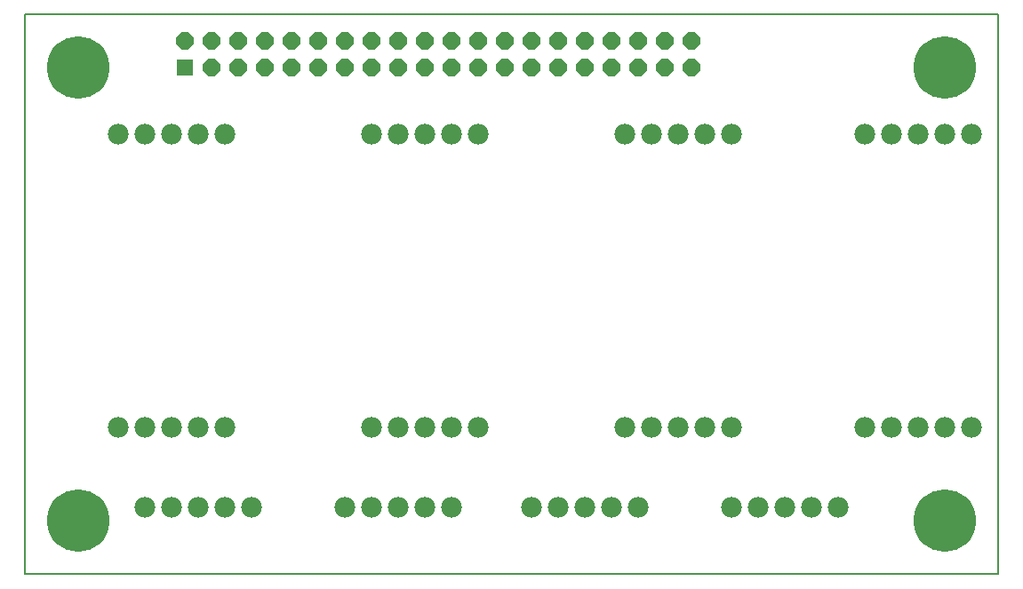
<source format=gts>
G75*
%MOIN*%
%OFA0B0*%
%FSLAX25Y25*%
%IPPOS*%
%LPD*%
%AMOC8*
5,1,8,0,0,1.08239X$1,22.5*
%
%ADD10C,0.00600*%
%ADD11R,0.06400X0.06400*%
%ADD12OC8,0.06400*%
%ADD13C,0.07800*%
%ADD14C,0.23400*%
D10*
X0001300Y0001300D02*
X0001300Y0211300D01*
X0366300Y0211300D01*
X0366300Y0001300D01*
X0001300Y0001300D01*
D11*
X0061300Y0191300D03*
D12*
X0071300Y0191300D03*
X0081300Y0191300D03*
X0091300Y0191300D03*
X0101300Y0191300D03*
X0111300Y0191300D03*
X0121300Y0191300D03*
X0131300Y0191300D03*
X0141300Y0191300D03*
X0151300Y0191300D03*
X0161300Y0191300D03*
X0171300Y0191300D03*
X0181300Y0191300D03*
X0191300Y0191300D03*
X0201300Y0191300D03*
X0211300Y0191300D03*
X0221300Y0191300D03*
X0231300Y0191300D03*
X0241300Y0191300D03*
X0251300Y0191300D03*
X0251300Y0201300D03*
X0241300Y0201300D03*
X0231300Y0201300D03*
X0221300Y0201300D03*
X0211300Y0201300D03*
X0201300Y0201300D03*
X0191300Y0201300D03*
X0181300Y0201300D03*
X0171300Y0201300D03*
X0161300Y0201300D03*
X0151300Y0201300D03*
X0141300Y0201300D03*
X0131300Y0201300D03*
X0121300Y0201300D03*
X0111300Y0201300D03*
X0101300Y0201300D03*
X0091300Y0201300D03*
X0081300Y0201300D03*
X0071300Y0201300D03*
X0061300Y0201300D03*
D13*
X0056300Y0166300D03*
X0046300Y0166300D03*
X0036300Y0166300D03*
X0066300Y0166300D03*
X0076300Y0166300D03*
X0131300Y0166300D03*
X0141300Y0166300D03*
X0151300Y0166300D03*
X0161300Y0166300D03*
X0171300Y0166300D03*
X0226300Y0166300D03*
X0236300Y0166300D03*
X0246300Y0166300D03*
X0256300Y0166300D03*
X0266300Y0166300D03*
X0316300Y0166300D03*
X0326300Y0166300D03*
X0336300Y0166300D03*
X0346300Y0166300D03*
X0356300Y0166300D03*
X0356300Y0056300D03*
X0346300Y0056300D03*
X0336300Y0056300D03*
X0326300Y0056300D03*
X0316300Y0056300D03*
X0306300Y0026300D03*
X0296300Y0026300D03*
X0286300Y0026300D03*
X0276300Y0026300D03*
X0266300Y0026300D03*
X0231300Y0026300D03*
X0221300Y0026300D03*
X0211300Y0026300D03*
X0201300Y0026300D03*
X0191300Y0026300D03*
X0161300Y0026300D03*
X0151300Y0026300D03*
X0141300Y0026300D03*
X0131300Y0026300D03*
X0121300Y0026300D03*
X0086300Y0026300D03*
X0076300Y0026300D03*
X0066300Y0026300D03*
X0056300Y0026300D03*
X0046300Y0026300D03*
X0046300Y0056300D03*
X0036300Y0056300D03*
X0056300Y0056300D03*
X0066300Y0056300D03*
X0076300Y0056300D03*
X0131300Y0056300D03*
X0141300Y0056300D03*
X0151300Y0056300D03*
X0161300Y0056300D03*
X0171300Y0056300D03*
X0226300Y0056300D03*
X0236300Y0056300D03*
X0246300Y0056300D03*
X0256300Y0056300D03*
X0266300Y0056300D03*
D14*
X0346300Y0021300D03*
X0346300Y0191300D03*
X0021300Y0191300D03*
X0021300Y0021300D03*
M02*

</source>
